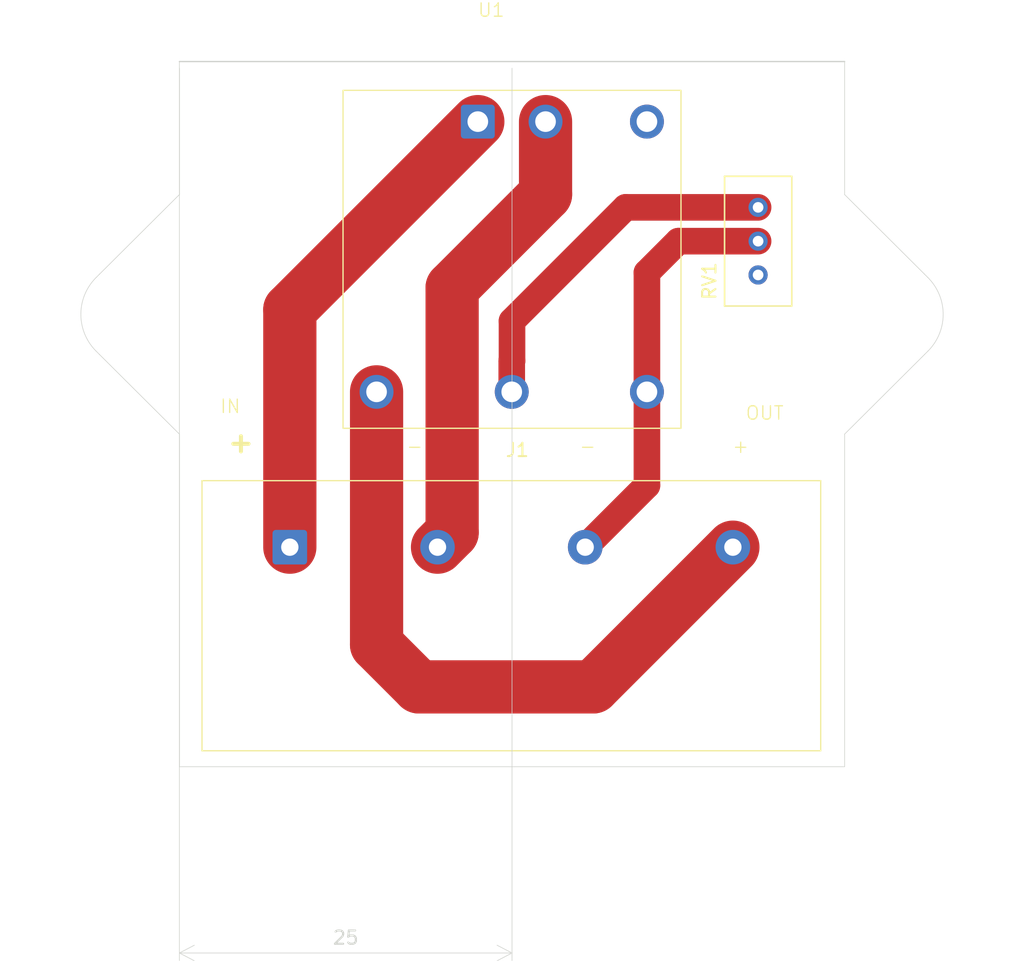
<source format=kicad_pcb>
(kicad_pcb (version 20241229) (generator "pcbnew") (generator_version "9.0")
  (layers (0 "F.Cu" signal) (2 "B.Cu" signal) (13 "F.Paste" user) (15 "B.Paste" user) (5 "F.SilkS" user "F.Silkscreen") (7 "B.SilkS" user "B.Silkscreen") (1 "F.Mask" user) (3 "B.Mask" user) (25 "Edge.Cuts" user))
  (net 0 "")
  (net 1 "VOUT-")
  (net 2 "Net-(U1-Trim)")
  (net 3 "VIN")
  (net 4 "VOUT")
  (net 6 "V-")
  (footprint "MountingHole:MountingHole_2.2mm_M2" (layer "F.Cu") (at 165 69)
    (property "Reference" "REF**" (hide yes))
    (property "Value" "MountingHole_2.2mm_M2")
    (pad "" np_thru_hole circle (at 0 0) (size 2.2 2.2) (drill 2.2) (layers "*.Cu" "*.Mask"))
  )
  (footprint "TerminalBlock_Phoenix:TerminalBlock_Phoenix_MKDS-3-4-5.08_1x04_P5.08mm_Horizontal" (layer "F.Cu") (at 119.3 86.5)
    (property "Reference" "J1" (at 17.1 -7.3 0) (layer "F.SilkS"))
    (property "Value" "Conn_01x04" (hide yes))
    (fp_line (start -6.6 -5) (end -6.6 15.3) (stroke (width 0.1)) (layer "F.SilkS"))
    (fp_line (start -6.6 -5) (end 39.9 -5) (stroke (width 0.1)) (layer "F.SilkS"))
    (fp_line (start -6.6 15.3) (end 39.9 15.3) (stroke (width 0.1)) (layer "F.SilkS"))
    (fp_line (start 39.9 -5) (end 39.9 15.3) (stroke (width 0.1)) (layer "F.SilkS"))
    (pad "1" thru_hole roundrect (at 0 0) (size 2.6 2.6) (drill 1.3) (layers "*.Cu" "*.Mask") (roundrect_rratio 0.096154) (net 3 "VIN"))
    (pad "2" thru_hole circle (at 11.1 0) (size 2.6 2.6) (drill 1.3) (layers "*.Cu" "*.Mask") (net 6 "V-"))
    (pad "3" thru_hole circle (at 22.2 0) (size 2.6 2.6) (drill 1.3) (layers "*.Cu" "*.Mask") (net 1 "VOUT-"))
    (pad "4" thru_hole circle (at 33.3 0) (size 2.6 2.6) (drill 1.3) (layers "*.Cu" "*.Mask") (net 4 "VOUT"))
  )
  (footprint "0_Baja_2025:SKM10E-03" (layer "F.Cu") (at 134.44 46.635)
    (property "Reference" "U1" (at 0 -0.5 0) (layer "F.SilkS") (effects (font (thickness 0.1))))
    (property "Value" "~")
    (fp_rect (start -11.14 30.93) (end 14.26 5.53) (stroke (width 0.1)) (fill no) (layer "F.SilkS"))
    (pad "1" thru_hole roundrect (at -1.01 7.88 180) (size 2.55 2.55) (drill 1.55) (layers "*.Cu" "*.Mask") (roundrect_rratio 0.098039) (net 3 "VIN"))
    (pad "2" thru_hole circle (at 4.08 7.88 180) (size 2.55 2.55) (drill 1.55) (layers "*.Cu" "*.Mask") (net 6 "V-"))
    (pad "3" thru_hole circle (at -8.62 28.19 180) (size 2.55 2.55) (drill 1.55) (layers "*.Cu" "*.Mask") (net 4 "VOUT"))
    (pad "4" thru_hole circle (at 1.54 28.19 180) (size 2.55 2.55) (drill 1.55) (layers "*.Cu" "*.Mask") (net 2 "Net-(U1-Trim)"))
    (pad "5" thru_hole circle (at 11.7 28.19 180) (size 2.55 2.55) (drill 1.55) (layers "*.Cu" "*.Mask") (net 1 "VOUT-"))
    (pad "6" thru_hole circle (at 11.7 7.88 180) (size 2.55 2.55) (drill 1.55) (layers "*.Cu" "*.Mask"))
  )
  (footprint "Potentiometer_THT:Potentiometer_Bourns_3296W_Vertical" (layer "F.Cu") (at 154.495 60.96 90)
    (property "Reference" "RV1" (at -5.54 -3.66 90) (layer "F.SilkS"))
    (property "Value" "3.3k")
    (fp_line (start 2.335 -2.52) (end 2.335 2.53) (stroke (width 0.12)) (layer "F.SilkS"))
    (fp_line (start -7.415 -2.52) (end 2.335 -2.52) (stroke (width 0.12)) (layer "F.SilkS"))
    (fp_line (start -7.415 -2.52) (end -7.415 2.53) (stroke (width 0.12)) (layer "F.SilkS"))
    (fp_line (start -7.415 2.53) (end 2.335 2.53) (stroke (width 0.12)) (layer "F.SilkS"))
    (pad "1" thru_hole circle (at 0 0 90) (size 1.44 1.44) (drill 0.8) (layers "*.Cu" "*.Mask") (net 2 "Net-(U1-Trim)"))
    (pad "2" thru_hole circle (at -2.54 0 90) (size 1.44 1.44) (drill 0.8) (layers "*.Cu" "*.Mask") (net 1 "VOUT-"))
    (pad "3" thru_hole circle (at -5.08 0 90) (size 1.44 1.44) (drill 0.8) (layers "*.Cu" "*.Mask"))
  )
  (footprint "MountingHole:MountingHole_2.2mm_M2" (layer "F.Cu") (at 107 69)
    (property "Reference" "REF**" (hide yes))
    (property "Value" "MountingHole_2.2mm_M2")
    (pad "" np_thru_hole circle (at 0 0) (size 2.2 2.2) (drill 2.2) (layers "*.Cu" "*.Mask"))
  )
  (gr_line (start 105 72.022679) (end 111 78) (stroke (width 0.05)) (layer "Edge.Cuts"))
  (gr_arc (start 167.26134 66.23866) (mid 168.405124 69) (end 167.26134 71.76134) (stroke (width 0.05)) (layer "Edge.Cuts"))
  (gr_arc (start 104.73866 71.76134) (mid 103.594876 69) (end 104.73866 66.23866) (stroke (width 0.05)) (layer "Edge.Cuts"))
  (gr_line (start 167 72.022679) (end 161 78) (stroke (width 0.05)) (layer "Edge.Cuts"))
  (gr_line (start 161 103) (end 111 103) (stroke (width 0.05)) (layer "Edge.Cuts"))
  (gr_line (start 104.999995 65.977326) (end 111 60) (stroke (width 0.05)) (layer "Edge.Cuts"))
  (gr_line (start 104.738661 66.23866) (end 104.999995 65.977326) (stroke (width 0.05)) (layer "Edge.Cuts"))
  (gr_line (start 161 103) (end 161 78) (stroke (width 0.05)) (layer "Edge.Cuts"))
  (gr_line (start 104.738661 71.76134) (end 105 72.022679) (stroke (width 0.05)) (layer "Edge.Cuts"))
  (gr_line (start 167.000005 65.977326) (end 161 60) (stroke (width 0.05)) (layer "Edge.Cuts"))
  (gr_line (start 167.261339 66.23866) (end 167.000005 65.977326) (stroke (width 0.05)) (layer "Edge.Cuts"))
  (gr_line (start 167.261339 71.76134) (end 167 72.022679) (stroke (width 0.05)) (layer "Edge.Cuts"))
  (gr_line (start 161 50) (end 161 60) (stroke (width 0.05)) (layer "Edge.Cuts"))
  (gr_line (start 111 50) (end 161 50) (stroke (width 0.1)) (layer "Edge.Cuts"))
  (gr_line (start 111 50) (end 111 60) (stroke (width 0.05)) (layer "Edge.Cuts"))
  (gr_line (start 111 103) (end 111 78) (stroke (width 0.05)) (layer "Edge.Cuts"))
  (gr_text "+" (at 114.5 79.5 0) (layer "F.SilkS") (effects (font (size 1.5 1.5) (thickness 0.3) (bold yes)) (justify left bottom)))
  (gr_text "IN" (at 114 76.5 0) (layer "F.SilkS") (effects (font (size 1 1) (thickness 0.1)) (justify left bottom)))
  (gr_text "+" (at 152.5 79.5 0) (layer "F.SilkS") (effects (font (size 1 1) (thickness 0.1)) (justify left bottom)))
  (gr_text "OUT" (at 153.5 77 0) (layer "F.SilkS") (effects (font (size 1 1) (thickness 0.1)) (justify left bottom)))
  (gr_text "-" (at 128 79.5 0) (layer "F.SilkS") (effects (font (size 1 1) (thickness 0.1)) (justify left bottom)))
  (gr_text "-" (at 141 79.5 0) (layer "F.SilkS") (effects (font (size 1 1) (thickness 0.1)) (justify left bottom)))
  (dimension (type orthogonal) (layer "Edge.Cuts") (pts (xy 111 50) (xy 136 50)) (height 67) (orientation 0) (format (prefix "") (suffix "") (units 3) (units_format 0) (precision 4) (suppress_zeroes yes)) (style (thickness 0.05) (arrow_length 1.27) (text_position_mode 0) (arrow_direction outward) (extension_height 0.58642) (extension_offset 0.5) (keep_text_aligned yes)) (gr_text "25" (at 123.5 115.85 0) (layer "Edge.Cuts") (effects (font (size 1 1) (thickness 0.15)))))
  (segment (start 154.495 63.5) (end 148.5 63.5) (width 2) (layer "F.Cu") (net 1))
  (segment (start 146.14 74.825) (end 146.14 81.86) (width 2) (layer "F.Cu") (net 1))
  (segment (start 146.14 65.86) (end 146.14 74.825) (width 2) (layer "F.Cu") (net 1))
  (segment (start 148.5 63.5) (end 146.14 65.86) (width 2) (layer "F.Cu") (net 1))
  (segment (start 146.14 81.86) (end 141.5 86.5) (width 2) (layer "F.Cu") (net 1))
  (segment (start 136 72.5) (end 136 69.5) (width 2) (layer "F.Cu") (net 2))
  (segment (start 135.98 72.52) (end 136 72.5) (width 2) (layer "F.Cu") (net 2))
  (segment (start 144.54 60.96) (end 154.495 60.96) (width 2) (layer "F.Cu") (net 2))
  (segment (start 136 69.5) (end 144.54 60.96) (width 2) (layer "F.Cu") (net 2))
  (segment (start 135.98 74.825) (end 135.98 72.52) (width 2) (layer "F.Cu") (net 2))
  (segment (start 136 74.845) (end 135.98 74.825) (width 0.2) (layer "F.Cu") (net 2))
  (segment (start 119.3 68.645) (end 133.43 54.515) (width 4) (layer "F.Cu") (net 3))
  (segment (start 119.3 86.5) (end 119.3 68.645) (width 4) (layer "F.Cu") (net 3))
  (segment (start 125.82 74.825) (end 125.82 93.82) (width 4) (layer "F.Cu") (net 4))
  (segment (start 125.82 93.82) (end 129 97) (width 4) (layer "F.Cu") (net 4))
  (segment (start 142.1 97) (end 152.6 86.5) (width 4) (layer "F.Cu") (net 4))
  (segment (start 129 97) (end 142.1 97) (width 4) (layer "F.Cu") (net 4))
  (segment (start 131.5 67) (end 131.5 85.4) (width 4) (layer "F.Cu") (net 6))
  (segment (start 138.52 54.515) (end 138.52 59.98) (width 4) (layer "F.Cu") (net 6))
  (segment (start 138.52 59.98) (end 131.5 67) (width 4) (layer "F.Cu") (net 6))
  (segment (start 131.5 85.4) (end 130.4 86.5) (width 4) (layer "F.Cu") (net 6))
)
</source>
